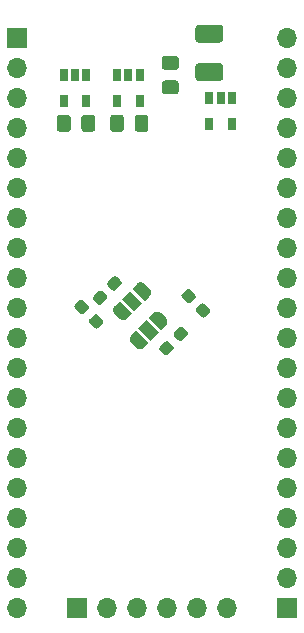
<source format=gbr>
G04 #@! TF.GenerationSoftware,KiCad,Pcbnew,(5.1.9-0-10_14)*
G04 #@! TF.CreationDate,2021-04-21T19:16:31+02:00*
G04 #@! TF.ProjectId,xilinx-cpld-breakout,78696c69-6e78-42d6-9370-6c642d627265,rev?*
G04 #@! TF.SameCoordinates,Original*
G04 #@! TF.FileFunction,Soldermask,Bot*
G04 #@! TF.FilePolarity,Negative*
%FSLAX46Y46*%
G04 Gerber Fmt 4.6, Leading zero omitted, Abs format (unit mm)*
G04 Created by KiCad (PCBNEW (5.1.9-0-10_14)) date 2021-04-21 19:16:31*
%MOMM*%
%LPD*%
G01*
G04 APERTURE LIST*
%ADD10O,1.700000X1.700000*%
%ADD11R,1.700000X1.700000*%
%ADD12R,0.650000X1.060000*%
%ADD13C,0.100000*%
G04 APERTURE END LIST*
G36*
G01*
X109368632Y-136230992D02*
X109704508Y-136566868D01*
G75*
G02*
X109704508Y-136902744I-167938J-167938D01*
G01*
X109280244Y-137327008D01*
G75*
G02*
X108944368Y-137327008I-167938J167938D01*
G01*
X108608492Y-136991132D01*
G75*
G02*
X108608492Y-136655256I167938J167938D01*
G01*
X109032756Y-136230992D01*
G75*
G02*
X109368632Y-136230992I167938J-167938D01*
G01*
G37*
G36*
G01*
X110588392Y-135011232D02*
X110924268Y-135347108D01*
G75*
G02*
X110924268Y-135682984I-167938J-167938D01*
G01*
X110500004Y-136107248D01*
G75*
G02*
X110164128Y-136107248I-167938J167938D01*
G01*
X109828252Y-135771372D01*
G75*
G02*
X109828252Y-135435496I167938J167938D01*
G01*
X110252516Y-135011232D01*
G75*
G02*
X110588392Y-135011232I167938J-167938D01*
G01*
G37*
D10*
X119380000Y-110490000D03*
X119380000Y-113030000D03*
X119380000Y-115570000D03*
X119380000Y-118110000D03*
X119380000Y-120650000D03*
X119380000Y-123190000D03*
X119380000Y-125730000D03*
X119380000Y-128270000D03*
X119380000Y-130810000D03*
X119380000Y-133350000D03*
X119380000Y-135890000D03*
X119380000Y-138430000D03*
X119380000Y-140970000D03*
X119380000Y-143510000D03*
X119380000Y-146050000D03*
X119380000Y-148590000D03*
X119380000Y-151130000D03*
X119380000Y-153670000D03*
X119380000Y-156210000D03*
D11*
X119380000Y-158750000D03*
D10*
X96520000Y-158750000D03*
X96520000Y-156210000D03*
X96520000Y-153670000D03*
X96520000Y-151130000D03*
X96520000Y-148590000D03*
X96520000Y-146050000D03*
X96520000Y-143510000D03*
X96520000Y-140970000D03*
X96520000Y-138430000D03*
X96520000Y-135890000D03*
X96520000Y-133350000D03*
X96520000Y-130810000D03*
X96520000Y-128270000D03*
X96520000Y-125730000D03*
X96520000Y-123190000D03*
X96520000Y-120650000D03*
X96520000Y-118110000D03*
X96520000Y-115570000D03*
X96520000Y-113030000D03*
D11*
X96520000Y-110490000D03*
D12*
X104968000Y-115801500D03*
X106868000Y-115801500D03*
X106868000Y-113601500D03*
X105918000Y-113601500D03*
X104968000Y-113601500D03*
X100457000Y-115801500D03*
X102357000Y-115801500D03*
X102357000Y-113601500D03*
X101407000Y-113601500D03*
X100457000Y-113601500D03*
X112776000Y-117770000D03*
X114676000Y-117770000D03*
X114676000Y-115570000D03*
X113726000Y-115570000D03*
X112776000Y-115570000D03*
D13*
G36*
X107455723Y-134371117D02*
G01*
X108516383Y-135431777D01*
X107809277Y-136138883D01*
X106748617Y-135078223D01*
X107455723Y-134371117D01*
G37*
G36*
X107243165Y-136704143D02*
G01*
X107225817Y-136721492D01*
X107187887Y-136752619D01*
X107147089Y-136779880D01*
X107103815Y-136803010D01*
X107058483Y-136821788D01*
X107011528Y-136836031D01*
X106963403Y-136845604D01*
X106914572Y-136850413D01*
X106865503Y-136850413D01*
X106816673Y-136845604D01*
X106768548Y-136836031D01*
X106721593Y-136821788D01*
X106676260Y-136803010D01*
X106632986Y-136779880D01*
X106592188Y-136752619D01*
X106554258Y-136721492D01*
X106536910Y-136704143D01*
X106536484Y-136704569D01*
X106182931Y-136351016D01*
X106183357Y-136350590D01*
X106166008Y-136333242D01*
X106134881Y-136295312D01*
X106107620Y-136254514D01*
X106084490Y-136211240D01*
X106065712Y-136165907D01*
X106051469Y-136118952D01*
X106041896Y-136070827D01*
X106037087Y-136021997D01*
X106037087Y-135972928D01*
X106041896Y-135924097D01*
X106051469Y-135875972D01*
X106065712Y-135829017D01*
X106084490Y-135783685D01*
X106107620Y-135740411D01*
X106134881Y-135699613D01*
X106166008Y-135661683D01*
X106183357Y-135644335D01*
X106182931Y-135643909D01*
X106571840Y-135255000D01*
X107632500Y-136315660D01*
X107243591Y-136704569D01*
X107243165Y-136704143D01*
G37*
G36*
X107632500Y-134194340D02*
G01*
X108021409Y-133805431D01*
X108021835Y-133805857D01*
X108039183Y-133788508D01*
X108077113Y-133757381D01*
X108117911Y-133730120D01*
X108161185Y-133706990D01*
X108206517Y-133688212D01*
X108253472Y-133673969D01*
X108301597Y-133664396D01*
X108350428Y-133659587D01*
X108399497Y-133659587D01*
X108448327Y-133664396D01*
X108496452Y-133673969D01*
X108543407Y-133688212D01*
X108588740Y-133706990D01*
X108632014Y-133730120D01*
X108672812Y-133757381D01*
X108710742Y-133788508D01*
X108728090Y-133805857D01*
X108728516Y-133805431D01*
X109082069Y-134158984D01*
X109081643Y-134159410D01*
X109098992Y-134176758D01*
X109130119Y-134214688D01*
X109157380Y-134255486D01*
X109180510Y-134298760D01*
X109199288Y-134344093D01*
X109213531Y-134391048D01*
X109223104Y-134439173D01*
X109227913Y-134488003D01*
X109227913Y-134537072D01*
X109223104Y-134585903D01*
X109213531Y-134634028D01*
X109199288Y-134680983D01*
X109180510Y-134726315D01*
X109157380Y-134769589D01*
X109130119Y-134810387D01*
X109098992Y-134848317D01*
X109081643Y-134865665D01*
X109082069Y-134866091D01*
X108693160Y-135255000D01*
X107632500Y-134194340D01*
G37*
G36*
X106058723Y-131894617D02*
G01*
X107119383Y-132955277D01*
X106412277Y-133662383D01*
X105351617Y-132601723D01*
X106058723Y-131894617D01*
G37*
G36*
X105846165Y-134227643D02*
G01*
X105828817Y-134244992D01*
X105790887Y-134276119D01*
X105750089Y-134303380D01*
X105706815Y-134326510D01*
X105661483Y-134345288D01*
X105614528Y-134359531D01*
X105566403Y-134369104D01*
X105517572Y-134373913D01*
X105468503Y-134373913D01*
X105419673Y-134369104D01*
X105371548Y-134359531D01*
X105324593Y-134345288D01*
X105279260Y-134326510D01*
X105235986Y-134303380D01*
X105195188Y-134276119D01*
X105157258Y-134244992D01*
X105139910Y-134227643D01*
X105139484Y-134228069D01*
X104785931Y-133874516D01*
X104786357Y-133874090D01*
X104769008Y-133856742D01*
X104737881Y-133818812D01*
X104710620Y-133778014D01*
X104687490Y-133734740D01*
X104668712Y-133689407D01*
X104654469Y-133642452D01*
X104644896Y-133594327D01*
X104640087Y-133545497D01*
X104640087Y-133496428D01*
X104644896Y-133447597D01*
X104654469Y-133399472D01*
X104668712Y-133352517D01*
X104687490Y-133307185D01*
X104710620Y-133263911D01*
X104737881Y-133223113D01*
X104769008Y-133185183D01*
X104786357Y-133167835D01*
X104785931Y-133167409D01*
X105174840Y-132778500D01*
X106235500Y-133839160D01*
X105846591Y-134228069D01*
X105846165Y-134227643D01*
G37*
G36*
X106235500Y-131717840D02*
G01*
X106624409Y-131328931D01*
X106624835Y-131329357D01*
X106642183Y-131312008D01*
X106680113Y-131280881D01*
X106720911Y-131253620D01*
X106764185Y-131230490D01*
X106809517Y-131211712D01*
X106856472Y-131197469D01*
X106904597Y-131187896D01*
X106953428Y-131183087D01*
X107002497Y-131183087D01*
X107051327Y-131187896D01*
X107099452Y-131197469D01*
X107146407Y-131211712D01*
X107191740Y-131230490D01*
X107235014Y-131253620D01*
X107275812Y-131280881D01*
X107313742Y-131312008D01*
X107331090Y-131329357D01*
X107331516Y-131328931D01*
X107685069Y-131682484D01*
X107684643Y-131682910D01*
X107701992Y-131700258D01*
X107733119Y-131738188D01*
X107760380Y-131778986D01*
X107783510Y-131822260D01*
X107802288Y-131867593D01*
X107816531Y-131914548D01*
X107826104Y-131962673D01*
X107830913Y-132011503D01*
X107830913Y-132060572D01*
X107826104Y-132109403D01*
X107816531Y-132157528D01*
X107802288Y-132204483D01*
X107783510Y-132249815D01*
X107760380Y-132293089D01*
X107733119Y-132333887D01*
X107701992Y-132371817D01*
X107684643Y-132389165D01*
X107685069Y-132389591D01*
X107296160Y-132778500D01*
X106235500Y-131717840D01*
G37*
D10*
X114300000Y-158750000D03*
X111760000Y-158750000D03*
X109220000Y-158750000D03*
X106680000Y-158750000D03*
X104140000Y-158750000D03*
D11*
X101600000Y-158750000D03*
G36*
G01*
X106453000Y-118204000D02*
X106453000Y-117254000D01*
G75*
G02*
X106703000Y-117004000I250000J0D01*
G01*
X107378000Y-117004000D01*
G75*
G02*
X107628000Y-117254000I0J-250000D01*
G01*
X107628000Y-118204000D01*
G75*
G02*
X107378000Y-118454000I-250000J0D01*
G01*
X106703000Y-118454000D01*
G75*
G02*
X106453000Y-118204000I0J250000D01*
G01*
G37*
G36*
G01*
X104378000Y-118204000D02*
X104378000Y-117254000D01*
G75*
G02*
X104628000Y-117004000I250000J0D01*
G01*
X105303000Y-117004000D01*
G75*
G02*
X105553000Y-117254000I0J-250000D01*
G01*
X105553000Y-118204000D01*
G75*
G02*
X105303000Y-118454000I-250000J0D01*
G01*
X104628000Y-118454000D01*
G75*
G02*
X104378000Y-118204000I0J250000D01*
G01*
G37*
G36*
G01*
X101944500Y-118204000D02*
X101944500Y-117254000D01*
G75*
G02*
X102194500Y-117004000I250000J0D01*
G01*
X102869500Y-117004000D01*
G75*
G02*
X103119500Y-117254000I0J-250000D01*
G01*
X103119500Y-118204000D01*
G75*
G02*
X102869500Y-118454000I-250000J0D01*
G01*
X102194500Y-118454000D01*
G75*
G02*
X101944500Y-118204000I0J250000D01*
G01*
G37*
G36*
G01*
X99869500Y-118204000D02*
X99869500Y-117254000D01*
G75*
G02*
X100119500Y-117004000I250000J0D01*
G01*
X100794500Y-117004000D01*
G75*
G02*
X101044500Y-117254000I0J-250000D01*
G01*
X101044500Y-118204000D01*
G75*
G02*
X100794500Y-118454000I-250000J0D01*
G01*
X100119500Y-118454000D01*
G75*
G02*
X99869500Y-118204000I0J250000D01*
G01*
G37*
G36*
G01*
X109949000Y-113193500D02*
X108999000Y-113193500D01*
G75*
G02*
X108749000Y-112943500I0J250000D01*
G01*
X108749000Y-112268500D01*
G75*
G02*
X108999000Y-112018500I250000J0D01*
G01*
X109949000Y-112018500D01*
G75*
G02*
X110199000Y-112268500I0J-250000D01*
G01*
X110199000Y-112943500D01*
G75*
G02*
X109949000Y-113193500I-250000J0D01*
G01*
G37*
G36*
G01*
X109949000Y-115268500D02*
X108999000Y-115268500D01*
G75*
G02*
X108749000Y-115018500I0J250000D01*
G01*
X108749000Y-114343500D01*
G75*
G02*
X108999000Y-114093500I250000J0D01*
G01*
X109949000Y-114093500D01*
G75*
G02*
X110199000Y-114343500I0J-250000D01*
G01*
X110199000Y-115018500D01*
G75*
G02*
X109949000Y-115268500I-250000J0D01*
G01*
G37*
G36*
G01*
X113701000Y-110885000D02*
X111851000Y-110885000D01*
G75*
G02*
X111601000Y-110635000I0J250000D01*
G01*
X111601000Y-109635000D01*
G75*
G02*
X111851000Y-109385000I250000J0D01*
G01*
X113701000Y-109385000D01*
G75*
G02*
X113951000Y-109635000I0J-250000D01*
G01*
X113951000Y-110635000D01*
G75*
G02*
X113701000Y-110885000I-250000J0D01*
G01*
G37*
G36*
G01*
X113701000Y-114135000D02*
X111851000Y-114135000D01*
G75*
G02*
X111601000Y-113885000I0J250000D01*
G01*
X111601000Y-112885000D01*
G75*
G02*
X111851000Y-112635000I250000J0D01*
G01*
X113701000Y-112635000D01*
G75*
G02*
X113951000Y-112885000I0J-250000D01*
G01*
X113951000Y-113885000D01*
G75*
G02*
X113701000Y-114135000I-250000J0D01*
G01*
G37*
G36*
G01*
X104537748Y-131827628D02*
X104201872Y-131491752D01*
G75*
G02*
X104201872Y-131155876I167938J167938D01*
G01*
X104626136Y-130731612D01*
G75*
G02*
X104962012Y-130731612I167938J-167938D01*
G01*
X105297888Y-131067488D01*
G75*
G02*
X105297888Y-131403364I-167938J-167938D01*
G01*
X104873624Y-131827628D01*
G75*
G02*
X104537748Y-131827628I-167938J167938D01*
G01*
G37*
G36*
G01*
X103317988Y-133047388D02*
X102982112Y-132711512D01*
G75*
G02*
X102982112Y-132375636I167938J167938D01*
G01*
X103406376Y-131951372D01*
G75*
G02*
X103742252Y-131951372I167938J-167938D01*
G01*
X104078128Y-132287248D01*
G75*
G02*
X104078128Y-132623124I-167938J-167938D01*
G01*
X103653864Y-133047388D01*
G75*
G02*
X103317988Y-133047388I-167938J167938D01*
G01*
G37*
G36*
G01*
X102639492Y-134280868D02*
X102975368Y-133944992D01*
G75*
G02*
X103311244Y-133944992I167938J-167938D01*
G01*
X103735508Y-134369256D01*
G75*
G02*
X103735508Y-134705132I-167938J-167938D01*
G01*
X103399632Y-135041008D01*
G75*
G02*
X103063756Y-135041008I-167938J167938D01*
G01*
X102639492Y-134616744D01*
G75*
G02*
X102639492Y-134280868I167938J167938D01*
G01*
G37*
G36*
G01*
X101419732Y-133061108D02*
X101755608Y-132725232D01*
G75*
G02*
X102091484Y-132725232I167938J-167938D01*
G01*
X102515748Y-133149496D01*
G75*
G02*
X102515748Y-133485372I-167938J-167938D01*
G01*
X102179872Y-133821248D01*
G75*
G02*
X101843996Y-133821248I-167938J167938D01*
G01*
X101419732Y-133396984D01*
G75*
G02*
X101419732Y-133061108I167938J167938D01*
G01*
G37*
G36*
G01*
X111694872Y-133366748D02*
X112030748Y-133030872D01*
G75*
G02*
X112366624Y-133030872I167938J-167938D01*
G01*
X112790888Y-133455136D01*
G75*
G02*
X112790888Y-133791012I-167938J-167938D01*
G01*
X112455012Y-134126888D01*
G75*
G02*
X112119136Y-134126888I-167938J167938D01*
G01*
X111694872Y-133702624D01*
G75*
G02*
X111694872Y-133366748I167938J167938D01*
G01*
G37*
G36*
G01*
X110475112Y-132146988D02*
X110810988Y-131811112D01*
G75*
G02*
X111146864Y-131811112I167938J-167938D01*
G01*
X111571128Y-132235376D01*
G75*
G02*
X111571128Y-132571252I-167938J-167938D01*
G01*
X111235252Y-132907128D01*
G75*
G02*
X110899376Y-132907128I-167938J167938D01*
G01*
X110475112Y-132482864D01*
G75*
G02*
X110475112Y-132146988I167938J167938D01*
G01*
G37*
M02*

</source>
